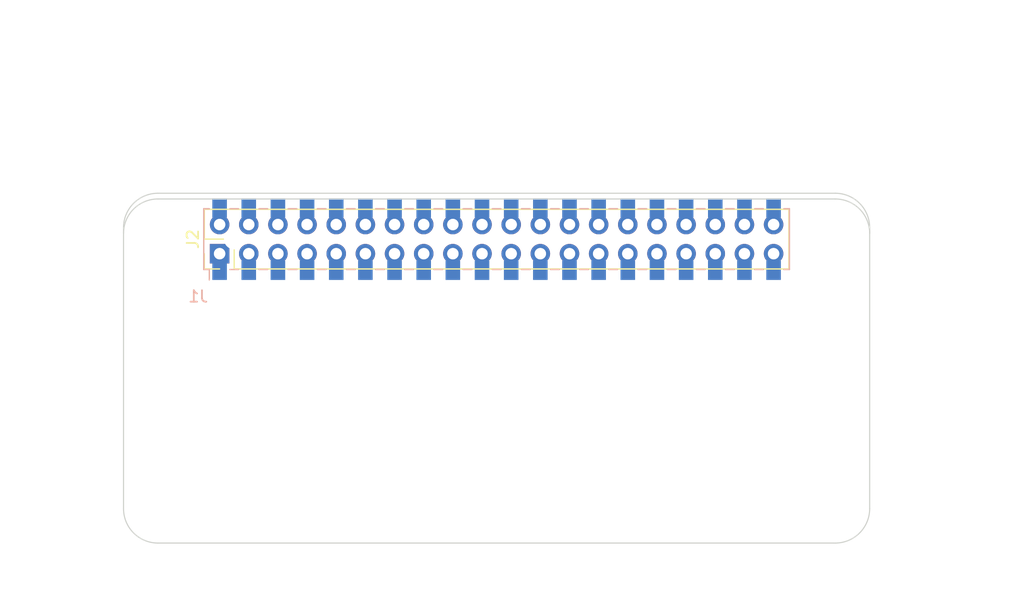
<source format=kicad_pcb>
(kicad_pcb (version 20171130) (host pcbnew "(5.0.0-3-g5ebb6b6)")

  (general
    (thickness 1.6)
    (drawings 20)
    (tracks 0)
    (zones 0)
    (modules 6)
    (nets 81)
  )

  (page A4)
  (layers
    (0 F.Cu signal)
    (31 B.Cu signal)
    (34 B.Paste user)
    (35 F.Paste user)
    (36 B.SilkS user)
    (37 F.SilkS user)
    (38 B.Mask user)
    (39 F.Mask user)
    (40 Dwgs.User user)
    (41 Cmts.User user)
    (44 Edge.Cuts user)
    (48 B.Fab user)
    (49 F.Fab user)
  )

  (setup
    (last_trace_width 0.25)
    (user_trace_width 0.01)
    (user_trace_width 0.02)
    (user_trace_width 0.05)
    (user_trace_width 0.1)
    (user_trace_width 0.2)
    (trace_clearance 0.2)
    (zone_clearance 0.508)
    (zone_45_only no)
    (trace_min 0.01)
    (segment_width 0.2)
    (edge_width 0.1)
    (via_size 0.6)
    (via_drill 0.4)
    (via_min_size 0.4)
    (via_min_drill 0.3)
    (uvia_size 0.3)
    (uvia_drill 0.1)
    (uvias_allowed no)
    (uvia_min_size 0.2)
    (uvia_min_drill 0.1)
    (pcb_text_width 0.3)
    (pcb_text_size 1.5 1.5)
    (mod_edge_width 0.15)
    (mod_text_size 1 1)
    (mod_text_width 0.15)
    (pad_size 2.75 2.75)
    (pad_drill 2.75)
    (pad_to_mask_clearance 0)
    (aux_axis_origin 0 0)
    (visible_elements 7FFFFFFF)
    (pcbplotparams
      (layerselection 0x01330_80000001)
      (usegerberextensions false)
      (usegerberattributes false)
      (usegerberadvancedattributes false)
      (creategerberjobfile false)
      (excludeedgelayer true)
      (linewidth 0.100000)
      (plotframeref false)
      (viasonmask false)
      (mode 1)
      (useauxorigin false)
      (hpglpennumber 1)
      (hpglpenspeed 20)
      (hpglpendiameter 15.000000)
      (psnegative false)
      (psa4output false)
      (plotreference true)
      (plotvalue true)
      (plotinvisibletext false)
      (padsonsilk false)
      (subtractmaskfromsilk false)
      (outputformat 4)
      (mirror false)
      (drillshape 2)
      (scaleselection 1)
      (outputdirectory "meta/"))
  )

  (net 0 "")
  (net 1 "Net-(J1-Pad34)")
  (net 2 "Net-(J1-Pad36)")
  (net 3 "Net-(J1-Pad40)")
  (net 4 "Net-(J1-Pad38)")
  (net 5 "Net-(J1-Pad18)")
  (net 6 "Net-(J1-Pad20)")
  (net 7 "Net-(J1-Pad24)")
  (net 8 "Net-(J1-Pad22)")
  (net 9 "Net-(J1-Pad30)")
  (net 10 "Net-(J1-Pad32)")
  (net 11 "Net-(J1-Pad28)")
  (net 12 "Net-(J1-Pad26)")
  (net 13 "Net-(J1-Pad10)")
  (net 14 "Net-(J1-Pad12)")
  (net 15 "Net-(J1-Pad16)")
  (net 16 "Net-(J1-Pad14)")
  (net 17 "Net-(J1-Pad6)")
  (net 18 "Net-(J1-Pad8)")
  (net 19 "Net-(J1-Pad4)")
  (net 20 "Net-(J1-Pad2)")
  (net 21 "Net-(J1-Pad39)")
  (net 22 "Net-(J1-Pad37)")
  (net 23 "Net-(J1-Pad33)")
  (net 24 "Net-(J1-Pad35)")
  (net 25 "Net-(J1-Pad27)")
  (net 26 "Net-(J1-Pad25)")
  (net 27 "Net-(J1-Pad29)")
  (net 28 "Net-(J1-Pad31)")
  (net 29 "Net-(J1-Pad23)")
  (net 30 "Net-(J1-Pad21)")
  (net 31 "Net-(J1-Pad17)")
  (net 32 "Net-(J1-Pad19)")
  (net 33 "Net-(J1-Pad3)")
  (net 34 "Net-(J1-Pad1)")
  (net 35 "Net-(J1-Pad5)")
  (net 36 "Net-(J1-Pad7)")
  (net 37 "Net-(J1-Pad15)")
  (net 38 "Net-(J1-Pad13)")
  (net 39 "Net-(J1-Pad9)")
  (net 40 "Net-(J1-Pad11)")
  (net 41 "Net-(J2-Pad1)")
  (net 42 "Net-(J2-Pad2)")
  (net 43 "Net-(J2-Pad3)")
  (net 44 "Net-(J2-Pad4)")
  (net 45 "Net-(J2-Pad5)")
  (net 46 "Net-(J2-Pad6)")
  (net 47 "Net-(J2-Pad7)")
  (net 48 "Net-(J2-Pad8)")
  (net 49 "Net-(J2-Pad9)")
  (net 50 "Net-(J2-Pad10)")
  (net 51 "Net-(J2-Pad11)")
  (net 52 "Net-(J2-Pad12)")
  (net 53 "Net-(J2-Pad13)")
  (net 54 "Net-(J2-Pad14)")
  (net 55 "Net-(J2-Pad15)")
  (net 56 "Net-(J2-Pad16)")
  (net 57 "Net-(J2-Pad17)")
  (net 58 "Net-(J2-Pad18)")
  (net 59 "Net-(J2-Pad19)")
  (net 60 "Net-(J2-Pad20)")
  (net 61 "Net-(J2-Pad21)")
  (net 62 "Net-(J2-Pad22)")
  (net 63 "Net-(J2-Pad23)")
  (net 64 "Net-(J2-Pad24)")
  (net 65 "Net-(J2-Pad25)")
  (net 66 "Net-(J2-Pad26)")
  (net 67 "Net-(J2-Pad27)")
  (net 68 "Net-(J2-Pad28)")
  (net 69 "Net-(J2-Pad29)")
  (net 70 "Net-(J2-Pad30)")
  (net 71 "Net-(J2-Pad31)")
  (net 72 "Net-(J2-Pad32)")
  (net 73 "Net-(J2-Pad33)")
  (net 74 "Net-(J2-Pad34)")
  (net 75 "Net-(J2-Pad35)")
  (net 76 "Net-(J2-Pad36)")
  (net 77 "Net-(J2-Pad37)")
  (net 78 "Net-(J2-Pad38)")
  (net 79 "Net-(J2-Pad39)")
  (net 80 "Net-(J2-Pad40)")

  (net_class Default "This is the default net class."
    (clearance 0.2)
    (trace_width 0.25)
    (via_dia 0.6)
    (via_drill 0.4)
    (uvia_dia 0.3)
    (uvia_drill 0.1)
    (add_net "Net-(J1-Pad1)")
    (add_net "Net-(J1-Pad10)")
    (add_net "Net-(J1-Pad11)")
    (add_net "Net-(J1-Pad12)")
    (add_net "Net-(J1-Pad13)")
    (add_net "Net-(J1-Pad14)")
    (add_net "Net-(J1-Pad15)")
    (add_net "Net-(J1-Pad16)")
    (add_net "Net-(J1-Pad17)")
    (add_net "Net-(J1-Pad18)")
    (add_net "Net-(J1-Pad19)")
    (add_net "Net-(J1-Pad2)")
    (add_net "Net-(J1-Pad20)")
    (add_net "Net-(J1-Pad21)")
    (add_net "Net-(J1-Pad22)")
    (add_net "Net-(J1-Pad23)")
    (add_net "Net-(J1-Pad24)")
    (add_net "Net-(J1-Pad25)")
    (add_net "Net-(J1-Pad26)")
    (add_net "Net-(J1-Pad27)")
    (add_net "Net-(J1-Pad28)")
    (add_net "Net-(J1-Pad29)")
    (add_net "Net-(J1-Pad3)")
    (add_net "Net-(J1-Pad30)")
    (add_net "Net-(J1-Pad31)")
    (add_net "Net-(J1-Pad32)")
    (add_net "Net-(J1-Pad33)")
    (add_net "Net-(J1-Pad34)")
    (add_net "Net-(J1-Pad35)")
    (add_net "Net-(J1-Pad36)")
    (add_net "Net-(J1-Pad37)")
    (add_net "Net-(J1-Pad38)")
    (add_net "Net-(J1-Pad39)")
    (add_net "Net-(J1-Pad4)")
    (add_net "Net-(J1-Pad40)")
    (add_net "Net-(J1-Pad5)")
    (add_net "Net-(J1-Pad6)")
    (add_net "Net-(J1-Pad7)")
    (add_net "Net-(J1-Pad8)")
    (add_net "Net-(J1-Pad9)")
    (add_net "Net-(J2-Pad1)")
    (add_net "Net-(J2-Pad10)")
    (add_net "Net-(J2-Pad11)")
    (add_net "Net-(J2-Pad12)")
    (add_net "Net-(J2-Pad13)")
    (add_net "Net-(J2-Pad14)")
    (add_net "Net-(J2-Pad15)")
    (add_net "Net-(J2-Pad16)")
    (add_net "Net-(J2-Pad17)")
    (add_net "Net-(J2-Pad18)")
    (add_net "Net-(J2-Pad19)")
    (add_net "Net-(J2-Pad2)")
    (add_net "Net-(J2-Pad20)")
    (add_net "Net-(J2-Pad21)")
    (add_net "Net-(J2-Pad22)")
    (add_net "Net-(J2-Pad23)")
    (add_net "Net-(J2-Pad24)")
    (add_net "Net-(J2-Pad25)")
    (add_net "Net-(J2-Pad26)")
    (add_net "Net-(J2-Pad27)")
    (add_net "Net-(J2-Pad28)")
    (add_net "Net-(J2-Pad29)")
    (add_net "Net-(J2-Pad3)")
    (add_net "Net-(J2-Pad30)")
    (add_net "Net-(J2-Pad31)")
    (add_net "Net-(J2-Pad32)")
    (add_net "Net-(J2-Pad33)")
    (add_net "Net-(J2-Pad34)")
    (add_net "Net-(J2-Pad35)")
    (add_net "Net-(J2-Pad36)")
    (add_net "Net-(J2-Pad37)")
    (add_net "Net-(J2-Pad38)")
    (add_net "Net-(J2-Pad39)")
    (add_net "Net-(J2-Pad4)")
    (add_net "Net-(J2-Pad40)")
    (add_net "Net-(J2-Pad5)")
    (add_net "Net-(J2-Pad6)")
    (add_net "Net-(J2-Pad7)")
    (add_net "Net-(J2-Pad8)")
    (add_net "Net-(J2-Pad9)")
  )

  (module Connector_PinHeader_2.54mm:PinHeader_2x20_P2.54mm_Vertical (layer F.Cu) (tedit 59FED5CC) (tstamp 5B55D6D3)
    (at 20.87 29.27 90)
    (descr "Through hole straight pin header, 2x20, 2.54mm pitch, double rows")
    (tags "Through hole pin header THT 2x20 2.54mm double row")
    (path /5515D395/5516AE26)
    (fp_text reference J2 (at 1.27 -2.33 90) (layer F.SilkS)
      (effects (font (size 1 1) (thickness 0.15)))
    )
    (fp_text value RPi_GPIO (at 1.27 50.59 90) (layer F.Fab)
      (effects (font (size 1 1) (thickness 0.15)))
    )
    (fp_text user %R (at 1.27 24.13 180) (layer F.Fab)
      (effects (font (size 1 1) (thickness 0.15)))
    )
    (fp_line (start 4.35 -1.8) (end -1.8 -1.8) (layer F.CrtYd) (width 0.05))
    (fp_line (start 4.35 50.05) (end 4.35 -1.8) (layer F.CrtYd) (width 0.05))
    (fp_line (start -1.8 50.05) (end 4.35 50.05) (layer F.CrtYd) (width 0.05))
    (fp_line (start -1.8 -1.8) (end -1.8 50.05) (layer F.CrtYd) (width 0.05))
    (fp_line (start -1.33 -1.33) (end 0 -1.33) (layer F.SilkS) (width 0.12))
    (fp_line (start -1.33 0) (end -1.33 -1.33) (layer F.SilkS) (width 0.12))
    (fp_line (start 1.27 -1.33) (end 3.87 -1.33) (layer F.SilkS) (width 0.12))
    (fp_line (start 1.27 1.27) (end 1.27 -1.33) (layer F.SilkS) (width 0.12))
    (fp_line (start -1.33 1.27) (end 1.27 1.27) (layer F.SilkS) (width 0.12))
    (fp_line (start 3.87 -1.33) (end 3.87 49.59) (layer F.SilkS) (width 0.12))
    (fp_line (start -1.33 1.27) (end -1.33 49.59) (layer F.SilkS) (width 0.12))
    (fp_line (start -1.33 49.59) (end 3.87 49.59) (layer F.SilkS) (width 0.12))
    (fp_line (start -1.27 0) (end 0 -1.27) (layer F.Fab) (width 0.1))
    (fp_line (start -1.27 49.53) (end -1.27 0) (layer F.Fab) (width 0.1))
    (fp_line (start 3.81 49.53) (end -1.27 49.53) (layer F.Fab) (width 0.1))
    (fp_line (start 3.81 -1.27) (end 3.81 49.53) (layer F.Fab) (width 0.1))
    (fp_line (start 0 -1.27) (end 3.81 -1.27) (layer F.Fab) (width 0.1))
    (pad 40 thru_hole oval (at 2.54 48.26 90) (size 1.7 1.7) (drill 1) (layers *.Cu *.Mask)
      (net 80 "Net-(J2-Pad40)"))
    (pad 39 thru_hole oval (at 0 48.26 90) (size 1.7 1.7) (drill 1) (layers *.Cu *.Mask)
      (net 79 "Net-(J2-Pad39)"))
    (pad 38 thru_hole oval (at 2.54 45.72 90) (size 1.7 1.7) (drill 1) (layers *.Cu *.Mask)
      (net 78 "Net-(J2-Pad38)"))
    (pad 37 thru_hole oval (at 0 45.72 90) (size 1.7 1.7) (drill 1) (layers *.Cu *.Mask)
      (net 77 "Net-(J2-Pad37)"))
    (pad 36 thru_hole oval (at 2.54 43.18 90) (size 1.7 1.7) (drill 1) (layers *.Cu *.Mask)
      (net 76 "Net-(J2-Pad36)"))
    (pad 35 thru_hole oval (at 0 43.18 90) (size 1.7 1.7) (drill 1) (layers *.Cu *.Mask)
      (net 75 "Net-(J2-Pad35)"))
    (pad 34 thru_hole oval (at 2.54 40.64 90) (size 1.7 1.7) (drill 1) (layers *.Cu *.Mask)
      (net 74 "Net-(J2-Pad34)"))
    (pad 33 thru_hole oval (at 0 40.64 90) (size 1.7 1.7) (drill 1) (layers *.Cu *.Mask)
      (net 73 "Net-(J2-Pad33)"))
    (pad 32 thru_hole oval (at 2.54 38.1 90) (size 1.7 1.7) (drill 1) (layers *.Cu *.Mask)
      (net 72 "Net-(J2-Pad32)"))
    (pad 31 thru_hole oval (at 0 38.1 90) (size 1.7 1.7) (drill 1) (layers *.Cu *.Mask)
      (net 71 "Net-(J2-Pad31)"))
    (pad 30 thru_hole oval (at 2.54 35.56 90) (size 1.7 1.7) (drill 1) (layers *.Cu *.Mask)
      (net 70 "Net-(J2-Pad30)"))
    (pad 29 thru_hole oval (at 0 35.56 90) (size 1.7 1.7) (drill 1) (layers *.Cu *.Mask)
      (net 69 "Net-(J2-Pad29)"))
    (pad 28 thru_hole oval (at 2.54 33.02 90) (size 1.7 1.7) (drill 1) (layers *.Cu *.Mask)
      (net 68 "Net-(J2-Pad28)"))
    (pad 27 thru_hole oval (at 0 33.02 90) (size 1.7 1.7) (drill 1) (layers *.Cu *.Mask)
      (net 67 "Net-(J2-Pad27)"))
    (pad 26 thru_hole oval (at 2.54 30.48 90) (size 1.7 1.7) (drill 1) (layers *.Cu *.Mask)
      (net 66 "Net-(J2-Pad26)"))
    (pad 25 thru_hole oval (at 0 30.48 90) (size 1.7 1.7) (drill 1) (layers *.Cu *.Mask)
      (net 65 "Net-(J2-Pad25)"))
    (pad 24 thru_hole oval (at 2.54 27.94 90) (size 1.7 1.7) (drill 1) (layers *.Cu *.Mask)
      (net 64 "Net-(J2-Pad24)"))
    (pad 23 thru_hole oval (at 0 27.94 90) (size 1.7 1.7) (drill 1) (layers *.Cu *.Mask)
      (net 63 "Net-(J2-Pad23)"))
    (pad 22 thru_hole oval (at 2.54 25.4 90) (size 1.7 1.7) (drill 1) (layers *.Cu *.Mask)
      (net 62 "Net-(J2-Pad22)"))
    (pad 21 thru_hole oval (at 0 25.4 90) (size 1.7 1.7) (drill 1) (layers *.Cu *.Mask)
      (net 61 "Net-(J2-Pad21)"))
    (pad 20 thru_hole oval (at 2.54 22.86 90) (size 1.7 1.7) (drill 1) (layers *.Cu *.Mask)
      (net 60 "Net-(J2-Pad20)"))
    (pad 19 thru_hole oval (at 0 22.86 90) (size 1.7 1.7) (drill 1) (layers *.Cu *.Mask)
      (net 59 "Net-(J2-Pad19)"))
    (pad 18 thru_hole oval (at 2.54 20.32 90) (size 1.7 1.7) (drill 1) (layers *.Cu *.Mask)
      (net 58 "Net-(J2-Pad18)"))
    (pad 17 thru_hole oval (at 0 20.32 90) (size 1.7 1.7) (drill 1) (layers *.Cu *.Mask)
      (net 57 "Net-(J2-Pad17)"))
    (pad 16 thru_hole oval (at 2.54 17.78 90) (size 1.7 1.7) (drill 1) (layers *.Cu *.Mask)
      (net 56 "Net-(J2-Pad16)"))
    (pad 15 thru_hole oval (at 0 17.78 90) (size 1.7 1.7) (drill 1) (layers *.Cu *.Mask)
      (net 55 "Net-(J2-Pad15)"))
    (pad 14 thru_hole oval (at 2.54 15.24 90) (size 1.7 1.7) (drill 1) (layers *.Cu *.Mask)
      (net 54 "Net-(J2-Pad14)"))
    (pad 13 thru_hole oval (at 0 15.24 90) (size 1.7 1.7) (drill 1) (layers *.Cu *.Mask)
      (net 53 "Net-(J2-Pad13)"))
    (pad 12 thru_hole oval (at 2.54 12.7 90) (size 1.7 1.7) (drill 1) (layers *.Cu *.Mask)
      (net 52 "Net-(J2-Pad12)"))
    (pad 11 thru_hole oval (at 0 12.7 90) (size 1.7 1.7) (drill 1) (layers *.Cu *.Mask)
      (net 51 "Net-(J2-Pad11)"))
    (pad 10 thru_hole oval (at 2.54 10.16 90) (size 1.7 1.7) (drill 1) (layers *.Cu *.Mask)
      (net 50 "Net-(J2-Pad10)"))
    (pad 9 thru_hole oval (at 0 10.16 90) (size 1.7 1.7) (drill 1) (layers *.Cu *.Mask)
      (net 49 "Net-(J2-Pad9)"))
    (pad 8 thru_hole oval (at 2.54 7.62 90) (size 1.7 1.7) (drill 1) (layers *.Cu *.Mask)
      (net 48 "Net-(J2-Pad8)"))
    (pad 7 thru_hole oval (at 0 7.62 90) (size 1.7 1.7) (drill 1) (layers *.Cu *.Mask)
      (net 47 "Net-(J2-Pad7)"))
    (pad 6 thru_hole oval (at 2.54 5.08 90) (size 1.7 1.7) (drill 1) (layers *.Cu *.Mask)
      (net 46 "Net-(J2-Pad6)"))
    (pad 5 thru_hole oval (at 0 5.08 90) (size 1.7 1.7) (drill 1) (layers *.Cu *.Mask)
      (net 45 "Net-(J2-Pad5)"))
    (pad 4 thru_hole oval (at 2.54 2.54 90) (size 1.7 1.7) (drill 1) (layers *.Cu *.Mask)
      (net 44 "Net-(J2-Pad4)"))
    (pad 3 thru_hole oval (at 0 2.54 90) (size 1.7 1.7) (drill 1) (layers *.Cu *.Mask)
      (net 43 "Net-(J2-Pad3)"))
    (pad 2 thru_hole oval (at 2.54 0 90) (size 1.7 1.7) (drill 1) (layers *.Cu *.Mask)
      (net 42 "Net-(J2-Pad2)"))
    (pad 1 thru_hole rect (at 0 0 90) (size 1.7 1.7) (drill 1) (layers *.Cu *.Mask)
      (net 41 "Net-(J2-Pad1)"))
    (model ${KISYS3DMOD}/Connector_PinHeader_2.54mm.3dshapes/PinHeader_2x20_P2.54mm_Vertical.wrl
      (at (xyz 0 0 0))
      (scale (xyz 1 1 1))
      (rotate (xyz 0 0 0))
    )
  )

  (module Connector_Samtec_HLE_SMD-ML:Samtec_HLE-120-02-xxx-DV-BE-A_2x20_RPi_Bottom locked (layer B.Cu) (tedit 5A369BEE) (tstamp 55174A29)
    (at 45 28)
    (descr "Samtec HLE .100\" Tiger Beam Cost-effective Single Beam Socket Strip, HLE-140-02-xxx-DV-BE-A, 20 Pins per row (http://suddendocs.samtec.com/prints/hle-1xx-02-xxx-dv-xx-xx-xx-mkt.pdf, http://suddendocs.samtec.com/prints/hle-dv-footprint.pdf), generated with kicad-footprint-generator")
    (tags "connector Samtec  top entry")
    (path /5515D395/5515D39E)
    (attr smd)
    (fp_text reference J1 (at -26 5) (layer B.SilkS)
      (effects (font (size 1 1) (thickness 0.15)) (justify mirror))
    )
    (fp_text value RPi_GPIO (at 0 -4.76) (layer B.Fab)
      (effects (font (size 1 1) (thickness 0.15)) (justify mirror))
    )
    (fp_text user %R (at 0 -1.84) (layer B.Fab)
      (effects (font (size 1 1) (thickness 0.15)) (justify mirror))
    )
    (fp_line (start -25.9 -4.06) (end -25.9 4.06) (layer B.CrtYd) (width 0.05))
    (fp_line (start 25.9 -4.06) (end -25.9 -4.06) (layer B.CrtYd) (width 0.05))
    (fp_line (start 25.9 4.06) (end 25.9 -4.06) (layer B.CrtYd) (width 0.05))
    (fp_line (start -25.9 4.06) (end 25.9 4.06) (layer B.CrtYd) (width 0.05))
    (fp_line (start 22.485 -2.65) (end 23.235 -2.65) (layer B.SilkS) (width 0.12))
    (fp_line (start 22.485 2.65) (end 23.235 2.65) (layer B.SilkS) (width 0.12))
    (fp_line (start 19.945 -2.65) (end 20.695 -2.65) (layer B.SilkS) (width 0.12))
    (fp_line (start 19.945 2.65) (end 20.695 2.65) (layer B.SilkS) (width 0.12))
    (fp_line (start 17.405 -2.65) (end 18.155 -2.65) (layer B.SilkS) (width 0.12))
    (fp_line (start 17.405 2.65) (end 18.155 2.65) (layer B.SilkS) (width 0.12))
    (fp_line (start 14.865 -2.65) (end 15.615 -2.65) (layer B.SilkS) (width 0.12))
    (fp_line (start 14.865 2.65) (end 15.615 2.65) (layer B.SilkS) (width 0.12))
    (fp_line (start 12.325 -2.65) (end 13.075 -2.65) (layer B.SilkS) (width 0.12))
    (fp_line (start 12.325 2.65) (end 13.075 2.65) (layer B.SilkS) (width 0.12))
    (fp_line (start 9.785 -2.65) (end 10.535 -2.65) (layer B.SilkS) (width 0.12))
    (fp_line (start 9.785 2.65) (end 10.535 2.65) (layer B.SilkS) (width 0.12))
    (fp_line (start 7.245 -2.65) (end 7.995 -2.65) (layer B.SilkS) (width 0.12))
    (fp_line (start 7.245 2.65) (end 7.995 2.65) (layer B.SilkS) (width 0.12))
    (fp_line (start 4.705 -2.65) (end 5.455 -2.65) (layer B.SilkS) (width 0.12))
    (fp_line (start 4.705 2.65) (end 5.455 2.65) (layer B.SilkS) (width 0.12))
    (fp_line (start 2.165 -2.65) (end 2.915 -2.65) (layer B.SilkS) (width 0.12))
    (fp_line (start 2.165 2.65) (end 2.915 2.65) (layer B.SilkS) (width 0.12))
    (fp_line (start -0.375 -2.65) (end 0.375 -2.65) (layer B.SilkS) (width 0.12))
    (fp_line (start -0.375 2.65) (end 0.375 2.65) (layer B.SilkS) (width 0.12))
    (fp_line (start -2.915 -2.65) (end -2.165 -2.65) (layer B.SilkS) (width 0.12))
    (fp_line (start -2.915 2.65) (end -2.165 2.65) (layer B.SilkS) (width 0.12))
    (fp_line (start -5.455 -2.65) (end -4.705 -2.65) (layer B.SilkS) (width 0.12))
    (fp_line (start -5.455 2.65) (end -4.705 2.65) (layer B.SilkS) (width 0.12))
    (fp_line (start -7.995 -2.65) (end -7.245 -2.65) (layer B.SilkS) (width 0.12))
    (fp_line (start -7.995 2.65) (end -7.245 2.65) (layer B.SilkS) (width 0.12))
    (fp_line (start -10.535 -2.65) (end -9.785 -2.65) (layer B.SilkS) (width 0.12))
    (fp_line (start -10.535 2.65) (end -9.785 2.65) (layer B.SilkS) (width 0.12))
    (fp_line (start -13.075 -2.65) (end -12.325 -2.65) (layer B.SilkS) (width 0.12))
    (fp_line (start -13.075 2.65) (end -12.325 2.65) (layer B.SilkS) (width 0.12))
    (fp_line (start -15.615 -2.65) (end -14.865 -2.65) (layer B.SilkS) (width 0.12))
    (fp_line (start -15.615 2.65) (end -14.865 2.65) (layer B.SilkS) (width 0.12))
    (fp_line (start -18.155 -2.65) (end -17.405 -2.65) (layer B.SilkS) (width 0.12))
    (fp_line (start -18.155 2.65) (end -17.405 2.65) (layer B.SilkS) (width 0.12))
    (fp_line (start -20.695 -2.65) (end -19.945 -2.65) (layer B.SilkS) (width 0.12))
    (fp_line (start -20.695 2.65) (end -19.945 2.65) (layer B.SilkS) (width 0.12))
    (fp_line (start -23.235 -2.65) (end -22.485 -2.65) (layer B.SilkS) (width 0.12))
    (fp_line (start -23.235 2.65) (end -22.485 2.65) (layer B.SilkS) (width 0.12))
    (fp_line (start 25.51 -2.65) (end 25.025 -2.65) (layer B.SilkS) (width 0.12))
    (fp_line (start 25.51 2.65) (end 25.51 -2.65) (layer B.SilkS) (width 0.12))
    (fp_line (start 25.025 2.65) (end 25.51 2.65) (layer B.SilkS) (width 0.12))
    (fp_line (start -25.51 -2.65) (end -25.025 -2.65) (layer B.SilkS) (width 0.12))
    (fp_line (start -25.51 2.65) (end -25.51 -2.65) (layer B.SilkS) (width 0.12))
    (fp_line (start -25.025 2.65) (end -25.51 2.65) (layer B.SilkS) (width 0.12))
    (fp_line (start -25.025 3.56) (end -25.025 2.65) (layer B.SilkS) (width 0.12))
    (fp_line (start -24.13 1.832893) (end -23.63 2.54) (layer B.Fab) (width 0.1))
    (fp_line (start -24.63 2.54) (end -24.13 1.832893) (layer B.Fab) (width 0.1))
    (fp_line (start -25.4 -2.54) (end -25.4 2.54) (layer B.Fab) (width 0.1))
    (fp_line (start 25.4 -2.54) (end -25.4 -2.54) (layer B.Fab) (width 0.1))
    (fp_line (start 25.4 2.54) (end 25.4 -2.54) (layer B.Fab) (width 0.1))
    (fp_line (start -25.4 2.54) (end 25.4 2.54) (layer B.Fab) (width 0.1))
    (pad 40 smd rect (at 24.13 -2.72) (size 1.27 1.68) (layers B.Cu B.Paste B.Mask)
      (net 3 "Net-(J1-Pad40)"))
    (pad 38 smd rect (at 21.59 -2.72) (size 1.27 1.68) (layers B.Cu B.Paste B.Mask)
      (net 4 "Net-(J1-Pad38)"))
    (pad 36 smd rect (at 19.05 -2.72) (size 1.27 1.68) (layers B.Cu B.Paste B.Mask)
      (net 2 "Net-(J1-Pad36)"))
    (pad 34 smd rect (at 16.51 -2.72) (size 1.27 1.68) (layers B.Cu B.Paste B.Mask)
      (net 1 "Net-(J1-Pad34)"))
    (pad 32 smd rect (at 13.97 -2.72) (size 1.27 1.68) (layers B.Cu B.Paste B.Mask)
      (net 10 "Net-(J1-Pad32)"))
    (pad 30 smd rect (at 11.43 -2.72) (size 1.27 1.68) (layers B.Cu B.Paste B.Mask)
      (net 9 "Net-(J1-Pad30)"))
    (pad 28 smd rect (at 8.89 -2.72) (size 1.27 1.68) (layers B.Cu B.Paste B.Mask)
      (net 11 "Net-(J1-Pad28)"))
    (pad 26 smd rect (at 6.35 -2.72) (size 1.27 1.68) (layers B.Cu B.Paste B.Mask)
      (net 12 "Net-(J1-Pad26)"))
    (pad 24 smd rect (at 3.81 -2.72) (size 1.27 1.68) (layers B.Cu B.Paste B.Mask)
      (net 7 "Net-(J1-Pad24)"))
    (pad 22 smd rect (at 1.27 -2.72) (size 1.27 1.68) (layers B.Cu B.Paste B.Mask)
      (net 8 "Net-(J1-Pad22)"))
    (pad 20 smd rect (at -1.27 -2.72) (size 1.27 1.68) (layers B.Cu B.Paste B.Mask)
      (net 6 "Net-(J1-Pad20)"))
    (pad 18 smd rect (at -3.81 -2.72) (size 1.27 1.68) (layers B.Cu B.Paste B.Mask)
      (net 5 "Net-(J1-Pad18)"))
    (pad 16 smd rect (at -6.35 -2.72) (size 1.27 1.68) (layers B.Cu B.Paste B.Mask)
      (net 15 "Net-(J1-Pad16)"))
    (pad 14 smd rect (at -8.89 -2.72) (size 1.27 1.68) (layers B.Cu B.Paste B.Mask)
      (net 16 "Net-(J1-Pad14)"))
    (pad 12 smd rect (at -11.43 -2.72) (size 1.27 1.68) (layers B.Cu B.Paste B.Mask)
      (net 14 "Net-(J1-Pad12)"))
    (pad 10 smd rect (at -13.97 -2.72) (size 1.27 1.68) (layers B.Cu B.Paste B.Mask)
      (net 13 "Net-(J1-Pad10)"))
    (pad 8 smd rect (at -16.51 -2.72) (size 1.27 1.68) (layers B.Cu B.Paste B.Mask)
      (net 18 "Net-(J1-Pad8)"))
    (pad 6 smd rect (at -19.05 -2.72) (size 1.27 1.68) (layers B.Cu B.Paste B.Mask)
      (net 17 "Net-(J1-Pad6)"))
    (pad 4 smd rect (at -21.59 -2.72) (size 1.27 1.68) (layers B.Cu B.Paste B.Mask)
      (net 19 "Net-(J1-Pad4)"))
    (pad 2 smd rect (at -24.13 -2.72) (size 1.27 1.68) (layers B.Cu B.Paste B.Mask)
      (net 20 "Net-(J1-Pad2)"))
    (pad 39 smd rect (at 24.13 2.72) (size 1.27 1.68) (layers B.Cu B.Paste B.Mask)
      (net 21 "Net-(J1-Pad39)"))
    (pad 37 smd rect (at 21.59 2.72) (size 1.27 1.68) (layers B.Cu B.Paste B.Mask)
      (net 22 "Net-(J1-Pad37)"))
    (pad 35 smd rect (at 19.05 2.72) (size 1.27 1.68) (layers B.Cu B.Paste B.Mask)
      (net 24 "Net-(J1-Pad35)"))
    (pad 33 smd rect (at 16.51 2.72) (size 1.27 1.68) (layers B.Cu B.Paste B.Mask)
      (net 23 "Net-(J1-Pad33)"))
    (pad 31 smd rect (at 13.97 2.72) (size 1.27 1.68) (layers B.Cu B.Paste B.Mask)
      (net 28 "Net-(J1-Pad31)"))
    (pad 29 smd rect (at 11.43 2.72) (size 1.27 1.68) (layers B.Cu B.Paste B.Mask)
      (net 27 "Net-(J1-Pad29)"))
    (pad 27 smd rect (at 8.89 2.72) (size 1.27 1.68) (layers B.Cu B.Paste B.Mask)
      (net 25 "Net-(J1-Pad27)"))
    (pad 25 smd rect (at 6.35 2.72) (size 1.27 1.68) (layers B.Cu B.Paste B.Mask)
      (net 26 "Net-(J1-Pad25)"))
    (pad 23 smd rect (at 3.81 2.72) (size 1.27 1.68) (layers B.Cu B.Paste B.Mask)
      (net 29 "Net-(J1-Pad23)"))
    (pad 21 smd rect (at 1.27 2.72) (size 1.27 1.68) (layers B.Cu B.Paste B.Mask)
      (net 30 "Net-(J1-Pad21)"))
    (pad 19 smd rect (at -1.27 2.72) (size 1.27 1.68) (layers B.Cu B.Paste B.Mask)
      (net 32 "Net-(J1-Pad19)"))
    (pad 17 smd rect (at -3.81 2.72) (size 1.27 1.68) (layers B.Cu B.Paste B.Mask)
      (net 31 "Net-(J1-Pad17)"))
    (pad 15 smd rect (at -6.35 2.72) (size 1.27 1.68) (layers B.Cu B.Paste B.Mask)
      (net 37 "Net-(J1-Pad15)"))
    (pad 13 smd rect (at -8.89 2.72) (size 1.27 1.68) (layers B.Cu B.Paste B.Mask)
      (net 38 "Net-(J1-Pad13)"))
    (pad 11 smd rect (at -11.43 2.72) (size 1.27 1.68) (layers B.Cu B.Paste B.Mask)
      (net 40 "Net-(J1-Pad11)"))
    (pad 9 smd rect (at -13.97 2.72) (size 1.27 1.68) (layers B.Cu B.Paste B.Mask)
      (net 39 "Net-(J1-Pad9)"))
    (pad 7 smd rect (at -16.51 2.72) (size 1.27 1.68) (layers B.Cu B.Paste B.Mask)
      (net 36 "Net-(J1-Pad7)"))
    (pad 5 smd rect (at -19.05 2.72) (size 1.27 1.68) (layers B.Cu B.Paste B.Mask)
      (net 35 "Net-(J1-Pad5)"))
    (pad 3 smd rect (at -21.59 2.72) (size 1.27 1.68) (layers B.Cu B.Paste B.Mask)
      (net 33 "Net-(J1-Pad3)"))
    (pad 1 smd rect (at -24.13 2.72) (size 1.27 1.68) (layers B.Cu B.Paste B.Mask)
      (net 34 "Net-(J1-Pad1)"))
    (pad "" np_thru_hole circle (at 24.13 -1.27) (size 0.97 0.97) (drill 0.97) (layers *.Cu *.Mask))
    (pad "" np_thru_hole circle (at 24.13 1.27) (size 0.97 0.97) (drill 0.97) (layers *.Cu *.Mask))
    (pad "" np_thru_hole circle (at 21.59 -1.27) (size 0.97 0.97) (drill 0.97) (layers *.Cu *.Mask))
    (pad "" np_thru_hole circle (at 21.59 1.27) (size 0.97 0.97) (drill 0.97) (layers *.Cu *.Mask))
    (pad "" np_thru_hole circle (at 19.05 -1.27) (size 0.97 0.97) (drill 0.97) (layers *.Cu *.Mask))
    (pad "" np_thru_hole circle (at 19.05 1.27) (size 0.97 0.97) (drill 0.97) (layers *.Cu *.Mask))
    (pad "" np_thru_hole circle (at 16.51 -1.27) (size 0.97 0.97) (drill 0.97) (layers *.Cu *.Mask))
    (pad "" np_thru_hole circle (at 16.51 1.27) (size 0.97 0.97) (drill 0.97) (layers *.Cu *.Mask))
    (pad "" np_thru_hole circle (at 13.97 -1.27) (size 0.97 0.97) (drill 0.97) (layers *.Cu *.Mask))
    (pad "" np_thru_hole circle (at 13.97 1.27) (size 0.97 0.97) (drill 0.97) (layers *.Cu *.Mask))
    (pad "" np_thru_hole circle (at 11.43 -1.27) (size 0.97 0.97) (drill 0.97) (layers *.Cu *.Mask))
    (pad "" np_thru_hole circle (at 11.43 1.27) (size 0.97 0.97) (drill 0.97) (layers *.Cu *.Mask))
    (pad "" np_thru_hole circle (at 8.89 -1.27) (size 0.97 0.97) (drill 0.97) (layers *.Cu *.Mask))
    (pad "" np_thru_hole circle (at 8.89 1.27) (size 0.97 0.97) (drill 0.97) (layers *.Cu *.Mask))
    (pad "" np_thru_hole circle (at 6.35 -1.27) (size 0.97 0.97) (drill 0.97) (layers *.Cu *.Mask))
    (pad "" np_thru_hole circle (at 6.35 1.27) (size 0.97 0.97) (drill 0.97) (layers *.Cu *.Mask))
    (pad "" np_thru_hole circle (at 3.81 -1.27) (size 0.97 0.97) (drill 0.97) (layers *.Cu *.Mask))
    (pad "" np_thru_hole circle (at 3.81 1.27) (size 0.97 0.97) (drill 0.97) (layers *.Cu *.Mask))
    (pad "" np_thru_hole circle (at 1.27 -1.27) (size 0.97 0.97) (drill 0.97) (layers *.Cu *.Mask))
    (pad "" np_thru_hole circle (at 1.27 1.27) (size 0.97 0.97) (drill 0.97) (layers *.Cu *.Mask))
    (pad "" np_thru_hole circle (at -1.27 -1.27) (size 0.97 0.97) (drill 0.97) (layers *.Cu *.Mask))
    (pad "" np_thru_hole circle (at -1.27 1.27) (size 0.97 0.97) (drill 0.97) (layers *.Cu *.Mask))
    (pad "" np_thru_hole circle (at -3.81 -1.27) (size 0.97 0.97) (drill 0.97) (layers *.Cu *.Mask))
    (pad "" np_thru_hole circle (at -3.81 1.27) (size 0.97 0.97) (drill 0.97) (layers *.Cu *.Mask))
    (pad "" np_thru_hole circle (at -6.35 -1.27) (size 0.97 0.97) (drill 0.97) (layers *.Cu *.Mask))
    (pad "" np_thru_hole circle (at -6.35 1.27) (size 0.97 0.97) (drill 0.97) (layers *.Cu *.Mask))
    (pad "" np_thru_hole circle (at -8.89 -1.27) (size 0.97 0.97) (drill 0.97) (layers *.Cu *.Mask))
    (pad "" np_thru_hole circle (at -8.89 1.27) (size 0.97 0.97) (drill 0.97) (layers *.Cu *.Mask))
    (pad "" np_thru_hole circle (at -11.43 -1.27) (size 0.97 0.97) (drill 0.97) (layers *.Cu *.Mask))
    (pad "" np_thru_hole circle (at -11.43 1.27) (size 0.97 0.97) (drill 0.97) (layers *.Cu *.Mask))
    (pad "" np_thru_hole circle (at -13.97 -1.27) (size 0.97 0.97) (drill 0.97) (layers *.Cu *.Mask))
    (pad "" np_thru_hole circle (at -13.97 1.27) (size 0.97 0.97) (drill 0.97) (layers *.Cu *.Mask))
    (pad "" np_thru_hole circle (at -16.51 -1.27) (size 0.97 0.97) (drill 0.97) (layers *.Cu *.Mask))
    (pad "" np_thru_hole circle (at -16.51 1.27) (size 0.97 0.97) (drill 0.97) (layers *.Cu *.Mask))
    (pad "" np_thru_hole circle (at -19.05 -1.27) (size 0.97 0.97) (drill 0.97) (layers *.Cu *.Mask))
    (pad "" np_thru_hole circle (at -19.05 1.27) (size 0.97 0.97) (drill 0.97) (layers *.Cu *.Mask))
    (pad "" np_thru_hole circle (at -21.59 -1.27) (size 0.97 0.97) (drill 0.97) (layers *.Cu *.Mask))
    (pad "" np_thru_hole circle (at -21.59 1.27) (size 0.97 0.97) (drill 0.97) (layers *.Cu *.Mask))
    (pad "" np_thru_hole circle (at -24.13 -1.27) (size 0.97 0.97) (drill 0.97) (layers *.Cu *.Mask))
    (pad "" np_thru_hole circle (at -24.13 1.27) (size 0.97 0.97) (drill 0.97) (layers *.Cu *.Mask))
    (pad "" np_thru_hole circle (at 22.86 0) (size 1.78 1.78) (drill 1.78) (layers *.Cu *.Mask))
    (pad "" np_thru_hole circle (at -22.86 0) (size 1.78 1.78) (drill 1.78) (layers *.Cu *.Mask))
    (model ${KIPRJMOD}/packages3D/Samtec_HLE-120-02-xxx-DV-BE-A.stp
      (offset (xyz 0 0 0.2))
      (scale (xyz 1 1 1))
      (rotate (xyz -90 0 0))
    )
  )

  (module RPi_Hat:RPi_Hat_Mounting_Hole locked (layer F.Cu) (tedit 55217CCB) (tstamp 58B743A7)
    (at 16 51)
    (descr "Mounting hole, Befestigungsbohrung, 2,7mm, No Annular, Kein Restring,")
    (tags "Mounting hole, Befestigungsbohrung, 2,7mm, No Annular, Kein Restring,")
    (fp_text reference "" (at 0 -4.0005) (layer F.SilkS) hide
      (effects (font (size 1 1) (thickness 0.15)))
    )
    (fp_text value "" (at 0.09906 3.59918) (layer F.Fab) hide
      (effects (font (size 1 1) (thickness 0.15)))
    )
    (fp_circle (center 0 0) (end 1.375 0) (layer F.Fab) (width 0.15))
    (fp_circle (center 0 0) (end 3.1 0) (layer F.Fab) (width 0.15))
    (fp_circle (center 0 0) (end 3.1 0) (layer B.Fab) (width 0.15))
    (fp_circle (center 0 0) (end 1.375 0) (layer B.Fab) (width 0.15))
    (fp_circle (center 0 0) (end 3.1 0) (layer F.CrtYd) (width 0.15))
    (fp_circle (center 0 0) (end 3.1 0) (layer B.CrtYd) (width 0.15))
    (pad "" np_thru_hole circle (at 0 0) (size 2.75 2.75) (drill 2.75) (layers *.Cu *.Mask)
      (solder_mask_margin 1.725) (clearance 1.725))
  )

  (module RPi_Hat:RPi_Hat_Mounting_Hole locked (layer F.Cu) (tedit 55217C7B) (tstamp 5515DEA9)
    (at 74 28)
    (descr "Mounting hole, Befestigungsbohrung, 2,7mm, No Annular, Kein Restring,")
    (tags "Mounting hole, Befestigungsbohrung, 2,7mm, No Annular, Kein Restring,")
    (fp_text reference "" (at 0 -4.0005) (layer F.SilkS) hide
      (effects (font (size 1 1) (thickness 0.15)))
    )
    (fp_text value "" (at 0.09906 3.59918) (layer F.Fab) hide
      (effects (font (size 1 1) (thickness 0.15)))
    )
    (fp_circle (center 0 0) (end 1.375 0) (layer F.Fab) (width 0.15))
    (fp_circle (center 0 0) (end 3.1 0) (layer F.Fab) (width 0.15))
    (fp_circle (center 0 0) (end 3.1 0) (layer B.Fab) (width 0.15))
    (fp_circle (center 0 0) (end 1.375 0) (layer B.Fab) (width 0.15))
    (fp_circle (center 0 0) (end 3.1 0) (layer F.CrtYd) (width 0.15))
    (fp_circle (center 0 0) (end 3.1 0) (layer B.CrtYd) (width 0.15))
    (pad "" np_thru_hole circle (at 0 0) (size 2.75 2.75) (drill 2.75) (layers *.Cu *.Mask)
      (solder_mask_margin 1.725) (clearance 1.725))
  )

  (module RPi_Hat:RPi_Hat_Mounting_Hole locked (layer F.Cu) (tedit 55217CCB) (tstamp 55169DC9)
    (at 74 51)
    (descr "Mounting hole, Befestigungsbohrung, 2,7mm, No Annular, Kein Restring,")
    (tags "Mounting hole, Befestigungsbohrung, 2,7mm, No Annular, Kein Restring,")
    (fp_text reference "" (at 0 -4.0005) (layer F.SilkS) hide
      (effects (font (size 1 1) (thickness 0.15)))
    )
    (fp_text value "" (at 0.09906 3.59918) (layer F.Fab) hide
      (effects (font (size 1 1) (thickness 0.15)))
    )
    (fp_circle (center 0 0) (end 1.375 0) (layer F.Fab) (width 0.15))
    (fp_circle (center 0 0) (end 3.1 0) (layer F.Fab) (width 0.15))
    (fp_circle (center 0 0) (end 3.1 0) (layer B.Fab) (width 0.15))
    (fp_circle (center 0 0) (end 1.375 0) (layer B.Fab) (width 0.15))
    (fp_circle (center 0 0) (end 3.1 0) (layer F.CrtYd) (width 0.15))
    (fp_circle (center 0 0) (end 3.1 0) (layer B.CrtYd) (width 0.15))
    (pad "" np_thru_hole circle (at 0 0) (size 2.75 2.75) (drill 2.75) (layers *.Cu *.Mask)
      (solder_mask_margin 1.725) (clearance 1.725))
  )

  (module RPi_Hat:RPi_Hat_Mounting_Hole locked (layer F.Cu) (tedit 55217CA2) (tstamp 5515DEBF)
    (at 16 28)
    (descr "Mounting hole, Befestigungsbohrung, 2,7mm, No Annular, Kein Restring,")
    (tags "Mounting hole, Befestigungsbohrung, 2,7mm, No Annular, Kein Restring,")
    (fp_text reference "" (at 0 -4.0005) (layer F.SilkS) hide
      (effects (font (size 1 1) (thickness 0.15)))
    )
    (fp_text value "" (at 0.09906 3.59918) (layer F.Fab) hide
      (effects (font (size 1 1) (thickness 0.15)))
    )
    (fp_circle (center 0 0) (end 1.375 0) (layer F.Fab) (width 0.15))
    (fp_circle (center 0 0) (end 3.1 0) (layer F.Fab) (width 0.15))
    (fp_circle (center 0 0) (end 3.1 0) (layer B.Fab) (width 0.15))
    (fp_circle (center 0 0) (end 1.375 0) (layer B.Fab) (width 0.15))
    (fp_circle (center 0 0) (end 3.1 0) (layer F.CrtYd) (width 0.15))
    (fp_circle (center 0 0) (end 3.1 0) (layer B.CrtYd) (width 0.15))
    (pad "" np_thru_hole circle (at 0 0) (size 2.75 2.75) (drill 2.75) (layers *.Cu *.Mask)
      (solder_mask_margin 1.725) (clearance 1.725))
  )

  (gr_arc (start 15.5 27.5) (end 12.5 27.5) (angle 90) (layer Edge.Cuts) (width 0.1) (tstamp 5B55F169))
  (gr_line (start 15.5 24.5) (end 74.5 24.5) (angle 90) (layer Edge.Cuts) (width 0.1) (tstamp 5B55F01C))
  (gr_arc (start 74.5 27.5) (end 74.5 24.5) (angle 90) (layer Edge.Cuts) (width 0.1) (tstamp 5B55EED3))
  (dimension 30.5 (width 0.15) (layer Dwgs.User)
    (gr_text "30.5 mm (SMT socket)" (at 88.05 39.25 270) (layer Dwgs.User)
      (effects (font (size 1.5 1.5) (thickness 0.15)))
    )
    (feature1 (pts (xy 78.5 54.5) (xy 89.1 54.5)))
    (feature2 (pts (xy 78.5 24) (xy 89.1 24)))
    (crossbar (pts (xy 87 24) (xy 87 54.5)))
    (arrow1a (pts (xy 87 54.5) (xy 86.413579 53.373496)))
    (arrow1b (pts (xy 87 54.5) (xy 87.586421 53.373496)))
    (arrow2a (pts (xy 87 24) (xy 86.413579 25.126504)))
    (arrow2b (pts (xy 87 24) (xy 87.586421 25.126504)))
  )
  (dimension 30 (width 0.15) (layer Dwgs.User)
    (gr_text "30 mm (Thru-hole)" (at 83.05 39.5 270) (layer Dwgs.User)
      (effects (font (size 1.5 1.5) (thickness 0.15)))
    )
    (feature1 (pts (xy 78.5 54.5) (xy 84.1 54.5)))
    (feature2 (pts (xy 78.5 24.5) (xy 84.1 24.5)))
    (crossbar (pts (xy 82 24.5) (xy 82 54.5)))
    (arrow1a (pts (xy 82 54.5) (xy 81.413579 53.373496)))
    (arrow1b (pts (xy 82 54.5) (xy 82.586421 53.373496)))
    (arrow2a (pts (xy 82 24.5) (xy 81.413579 25.626504)))
    (arrow2b (pts (xy 82 24.5) (xy 82.586421 25.626504)))
  )
  (dimension 23 (width 0.15) (layer Dwgs.User)
    (gr_text "23.000 mm" (at 7.95 39.5 90) (layer Dwgs.User)
      (effects (font (size 1.5 1.5) (thickness 0.15)))
    )
    (feature1 (pts (xy 11.5 28) (xy 6.9 28)))
    (feature2 (pts (xy 11.5 51) (xy 6.9 51)))
    (crossbar (pts (xy 9 51) (xy 9 28)))
    (arrow1a (pts (xy 9 28) (xy 9.586421 29.126504)))
    (arrow1b (pts (xy 9 28) (xy 8.413579 29.126504)))
    (arrow2a (pts (xy 9 51) (xy 9.586421 49.873496)))
    (arrow2b (pts (xy 9 51) (xy 8.413579 49.873496)))
  )
  (gr_text "Select one of these board edges depending \nupon the type of socket that is used." (at 20.5 9.5) (layer Cmts.User)
    (effects (font (size 1.5 1.5) (thickness 0.15)) (justify left))
  )
  (dimension 3.5 (width 0.15) (layer Dwgs.User)
    (gr_text "3.5 mm" (at 21 58.5) (layer Dwgs.User)
      (effects (font (size 1.5 1.5) (thickness 0.15)))
    )
    (feature1 (pts (xy 16.068883 55.2811) (xy 16.068883 60.3811)))
    (feature2 (pts (xy 12.568883 55.2811) (xy 12.568883 60.3811)))
    (crossbar (pts (xy 12.568883 58.2811) (xy 16.068883 58.2811)))
    (arrow1a (pts (xy 16.068883 58.2811) (xy 14.942379 58.867521)))
    (arrow1b (pts (xy 16.068883 58.2811) (xy 14.942379 57.694679)))
    (arrow2a (pts (xy 12.568883 58.2811) (xy 13.695387 58.867521)))
    (arrow2b (pts (xy 12.568883 58.2811) (xy 13.695387 57.694679)))
  )
  (dimension 3.5 (width 0.15) (layer Dwgs.User) (tstamp 55169E80)
    (gr_text "3.5 mm" (at 22.5 46 270) (layer Dwgs.User) (tstamp 55169E80)
      (effects (font (size 1.5 1.5) (thickness 0.15)))
    )
    (feature1 (pts (xy 20 54.5) (xy 24.6 54.5)))
    (feature2 (pts (xy 20 51) (xy 24.6 51)))
    (crossbar (pts (xy 22.5 51) (xy 22.5 54.5)))
    (arrow1a (pts (xy 22.5 54.5) (xy 21.913579 53.373496)))
    (arrow1b (pts (xy 22.5 54.5) (xy 23.086421 53.373496)))
    (arrow2a (pts (xy 22.5 51) (xy 21.913579 52.126504)))
    (arrow2b (pts (xy 22.5 51) (xy 23.086421 52.126504)))
  )
  (dimension 29 (width 0.15) (layer Dwgs.User)
    (gr_text "29 mm" (at 30.5 35.849999) (layer Dwgs.User)
      (effects (font (size 1.5 1.5) (thickness 0.15)))
    )
    (feature1 (pts (xy 45 32) (xy 45 37.199999)))
    (feature2 (pts (xy 16 32) (xy 16 37.199999)))
    (crossbar (pts (xy 16 34.499999) (xy 45 34.499999)))
    (arrow1a (pts (xy 45 34.499999) (xy 43.873496 35.08642)))
    (arrow1b (pts (xy 45 34.499999) (xy 43.873496 33.913578)))
    (arrow2a (pts (xy 16 34.499999) (xy 17.126504 35.08642)))
    (arrow2b (pts (xy 16 34.499999) (xy 17.126504 33.913578)))
  )
  (dimension 58 (width 0.15) (layer Dwgs.User)
    (gr_text "58 mm" (at 45 19.15) (layer Dwgs.User)
      (effects (font (size 1.5 1.5) (thickness 0.15)))
    )
    (feature1 (pts (xy 74 23) (xy 74 17.8)))
    (feature2 (pts (xy 16 23) (xy 16 17.8)))
    (crossbar (pts (xy 16 20.5) (xy 74 20.5)))
    (arrow1a (pts (xy 74 20.5) (xy 72.873496 21.086421)))
    (arrow1b (pts (xy 74 20.5) (xy 72.873496 19.913579)))
    (arrow2a (pts (xy 16 20.5) (xy 17.126504 21.086421)))
    (arrow2b (pts (xy 16 20.5) (xy 17.126504 19.913579)))
  )
  (dimension 65 (width 0.15) (layer Dwgs.User)
    (gr_text "65 mm" (at 45 14.65) (layer Dwgs.User)
      (effects (font (size 1.5 1.5) (thickness 0.15)))
    )
    (feature1 (pts (xy 77.5 23) (xy 77.5 13.3)))
    (feature2 (pts (xy 12.5 23) (xy 12.5 13.3)))
    (crossbar (pts (xy 12.5 16) (xy 77.5 16)))
    (arrow1a (pts (xy 77.5 16) (xy 76.373496 16.586421)))
    (arrow1b (pts (xy 77.5 16) (xy 76.373496 15.413579)))
    (arrow2a (pts (xy 12.5 16) (xy 13.626504 16.586421)))
    (arrow2b (pts (xy 12.5 16) (xy 13.626504 15.413579)))
  )
  (gr_arc (start 74.5 51.5) (end 77.5 51.5) (angle 90) (layer Edge.Cuts) (width 0.1) (tstamp 55157FFB))
  (gr_arc (start 15.5 51.5) (end 15.5 54.5) (angle 90) (layer Edge.Cuts) (width 0.1) (tstamp 55157FCE))
  (gr_arc (start 15.5 27) (end 12.5 27) (angle 90) (layer Edge.Cuts) (width 0.1) (tstamp 55157F8A))
  (gr_arc (start 74.5 27) (end 74.5 24) (angle 90) (layer Edge.Cuts) (width 0.1) (tstamp 55157F2C))
  (gr_line (start 12.5 27) (end 12.5 51.5) (layer Edge.Cuts) (width 0.1))
  (gr_line (start 15.5 54.5) (end 74.5 54.5) (angle 90) (layer Edge.Cuts) (width 0.1))
  (gr_line (start 77.5 27) (end 77.5 51.5) (angle 90) (layer Edge.Cuts) (width 0.1))
  (gr_line (start 15.5 24) (end 74.5 24) (angle 90) (layer Edge.Cuts) (width 0.1))

)

</source>
